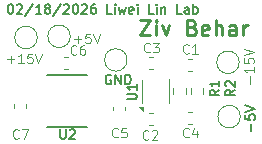
<source format=gbr>
%TF.GenerationSoftware,KiCad,Pcbnew,9.0.7*%
%TF.CreationDate,2026-02-18T17:04:35-08:00*%
%TF.ProjectId,inverter,696e7665-7274-4657-922e-6b696361645f,rev?*%
%TF.SameCoordinates,Original*%
%TF.FileFunction,Legend,Top*%
%TF.FilePolarity,Positive*%
%FSLAX46Y46*%
G04 Gerber Fmt 4.6, Leading zero omitted, Abs format (unit mm)*
G04 Created by KiCad (PCBNEW 9.0.7) date 2026-02-18 17:04:35*
%MOMM*%
%LPD*%
G01*
G04 APERTURE LIST*
%ADD10C,0.280000*%
%ADD11C,0.187500*%
%ADD12C,0.125000*%
%ADD13C,0.150000*%
%ADD14C,0.120000*%
%ADD15C,0.152400*%
G04 APERTURE END LIST*
D10*
X151269924Y-90726344D02*
X152136590Y-90726344D01*
X152136590Y-90726344D02*
X151269924Y-92026344D01*
X151269924Y-92026344D02*
X152136590Y-92026344D01*
X152631828Y-92026344D02*
X152631828Y-91159678D01*
X152631828Y-90726344D02*
X152569924Y-90788249D01*
X152569924Y-90788249D02*
X152631828Y-90850154D01*
X152631828Y-90850154D02*
X152693733Y-90788249D01*
X152693733Y-90788249D02*
X152631828Y-90726344D01*
X152631828Y-90726344D02*
X152631828Y-90850154D01*
X153127067Y-91159678D02*
X153436591Y-92026344D01*
X153436591Y-92026344D02*
X153746114Y-91159678D01*
X155665162Y-91345392D02*
X155850876Y-91407297D01*
X155850876Y-91407297D02*
X155912781Y-91469201D01*
X155912781Y-91469201D02*
X155974685Y-91593011D01*
X155974685Y-91593011D02*
X155974685Y-91778725D01*
X155974685Y-91778725D02*
X155912781Y-91902535D01*
X155912781Y-91902535D02*
X155850876Y-91964440D01*
X155850876Y-91964440D02*
X155727066Y-92026344D01*
X155727066Y-92026344D02*
X155231828Y-92026344D01*
X155231828Y-92026344D02*
X155231828Y-90726344D01*
X155231828Y-90726344D02*
X155665162Y-90726344D01*
X155665162Y-90726344D02*
X155788971Y-90788249D01*
X155788971Y-90788249D02*
X155850876Y-90850154D01*
X155850876Y-90850154D02*
X155912781Y-90973963D01*
X155912781Y-90973963D02*
X155912781Y-91097773D01*
X155912781Y-91097773D02*
X155850876Y-91221582D01*
X155850876Y-91221582D02*
X155788971Y-91283487D01*
X155788971Y-91283487D02*
X155665162Y-91345392D01*
X155665162Y-91345392D02*
X155231828Y-91345392D01*
X157027066Y-91964440D02*
X156903257Y-92026344D01*
X156903257Y-92026344D02*
X156655638Y-92026344D01*
X156655638Y-92026344D02*
X156531828Y-91964440D01*
X156531828Y-91964440D02*
X156469924Y-91840630D01*
X156469924Y-91840630D02*
X156469924Y-91345392D01*
X156469924Y-91345392D02*
X156531828Y-91221582D01*
X156531828Y-91221582D02*
X156655638Y-91159678D01*
X156655638Y-91159678D02*
X156903257Y-91159678D01*
X156903257Y-91159678D02*
X157027066Y-91221582D01*
X157027066Y-91221582D02*
X157088971Y-91345392D01*
X157088971Y-91345392D02*
X157088971Y-91469201D01*
X157088971Y-91469201D02*
X156469924Y-91593011D01*
X157646114Y-92026344D02*
X157646114Y-90726344D01*
X158203257Y-92026344D02*
X158203257Y-91345392D01*
X158203257Y-91345392D02*
X158141352Y-91221582D01*
X158141352Y-91221582D02*
X158017543Y-91159678D01*
X158017543Y-91159678D02*
X157831829Y-91159678D01*
X157831829Y-91159678D02*
X157708019Y-91221582D01*
X157708019Y-91221582D02*
X157646114Y-91283487D01*
X159379447Y-92026344D02*
X159379447Y-91345392D01*
X159379447Y-91345392D02*
X159317542Y-91221582D01*
X159317542Y-91221582D02*
X159193733Y-91159678D01*
X159193733Y-91159678D02*
X158946114Y-91159678D01*
X158946114Y-91159678D02*
X158822304Y-91221582D01*
X159379447Y-91964440D02*
X159255638Y-92026344D01*
X159255638Y-92026344D02*
X158946114Y-92026344D01*
X158946114Y-92026344D02*
X158822304Y-91964440D01*
X158822304Y-91964440D02*
X158760400Y-91840630D01*
X158760400Y-91840630D02*
X158760400Y-91716820D01*
X158760400Y-91716820D02*
X158822304Y-91593011D01*
X158822304Y-91593011D02*
X158946114Y-91531106D01*
X158946114Y-91531106D02*
X159255638Y-91531106D01*
X159255638Y-91531106D02*
X159379447Y-91469201D01*
X159998494Y-92026344D02*
X159998494Y-91159678D01*
X159998494Y-91407297D02*
X160060399Y-91283487D01*
X160060399Y-91283487D02*
X160122304Y-91221582D01*
X160122304Y-91221582D02*
X160246113Y-91159678D01*
X160246113Y-91159678D02*
X160369923Y-91159678D01*
D11*
X140266212Y-89392345D02*
X140342402Y-89392345D01*
X140342402Y-89392345D02*
X140418593Y-89430440D01*
X140418593Y-89430440D02*
X140456688Y-89468535D01*
X140456688Y-89468535D02*
X140494783Y-89544726D01*
X140494783Y-89544726D02*
X140532878Y-89697107D01*
X140532878Y-89697107D02*
X140532878Y-89887583D01*
X140532878Y-89887583D02*
X140494783Y-90039964D01*
X140494783Y-90039964D02*
X140456688Y-90116154D01*
X140456688Y-90116154D02*
X140418593Y-90154250D01*
X140418593Y-90154250D02*
X140342402Y-90192345D01*
X140342402Y-90192345D02*
X140266212Y-90192345D01*
X140266212Y-90192345D02*
X140190021Y-90154250D01*
X140190021Y-90154250D02*
X140151926Y-90116154D01*
X140151926Y-90116154D02*
X140113831Y-90039964D01*
X140113831Y-90039964D02*
X140075735Y-89887583D01*
X140075735Y-89887583D02*
X140075735Y-89697107D01*
X140075735Y-89697107D02*
X140113831Y-89544726D01*
X140113831Y-89544726D02*
X140151926Y-89468535D01*
X140151926Y-89468535D02*
X140190021Y-89430440D01*
X140190021Y-89430440D02*
X140266212Y-89392345D01*
X140837640Y-89468535D02*
X140875736Y-89430440D01*
X140875736Y-89430440D02*
X140951926Y-89392345D01*
X140951926Y-89392345D02*
X141142402Y-89392345D01*
X141142402Y-89392345D02*
X141218593Y-89430440D01*
X141218593Y-89430440D02*
X141256688Y-89468535D01*
X141256688Y-89468535D02*
X141294783Y-89544726D01*
X141294783Y-89544726D02*
X141294783Y-89620916D01*
X141294783Y-89620916D02*
X141256688Y-89735202D01*
X141256688Y-89735202D02*
X140799545Y-90192345D01*
X140799545Y-90192345D02*
X141294783Y-90192345D01*
X142209069Y-89354250D02*
X141523355Y-90382821D01*
X142894783Y-90192345D02*
X142437640Y-90192345D01*
X142666212Y-90192345D02*
X142666212Y-89392345D01*
X142666212Y-89392345D02*
X142590021Y-89506630D01*
X142590021Y-89506630D02*
X142513831Y-89582821D01*
X142513831Y-89582821D02*
X142437640Y-89620916D01*
X143351926Y-89735202D02*
X143275736Y-89697107D01*
X143275736Y-89697107D02*
X143237641Y-89659011D01*
X143237641Y-89659011D02*
X143199545Y-89582821D01*
X143199545Y-89582821D02*
X143199545Y-89544726D01*
X143199545Y-89544726D02*
X143237641Y-89468535D01*
X143237641Y-89468535D02*
X143275736Y-89430440D01*
X143275736Y-89430440D02*
X143351926Y-89392345D01*
X143351926Y-89392345D02*
X143504307Y-89392345D01*
X143504307Y-89392345D02*
X143580498Y-89430440D01*
X143580498Y-89430440D02*
X143618593Y-89468535D01*
X143618593Y-89468535D02*
X143656688Y-89544726D01*
X143656688Y-89544726D02*
X143656688Y-89582821D01*
X143656688Y-89582821D02*
X143618593Y-89659011D01*
X143618593Y-89659011D02*
X143580498Y-89697107D01*
X143580498Y-89697107D02*
X143504307Y-89735202D01*
X143504307Y-89735202D02*
X143351926Y-89735202D01*
X143351926Y-89735202D02*
X143275736Y-89773297D01*
X143275736Y-89773297D02*
X143237641Y-89811392D01*
X143237641Y-89811392D02*
X143199545Y-89887583D01*
X143199545Y-89887583D02*
X143199545Y-90039964D01*
X143199545Y-90039964D02*
X143237641Y-90116154D01*
X143237641Y-90116154D02*
X143275736Y-90154250D01*
X143275736Y-90154250D02*
X143351926Y-90192345D01*
X143351926Y-90192345D02*
X143504307Y-90192345D01*
X143504307Y-90192345D02*
X143580498Y-90154250D01*
X143580498Y-90154250D02*
X143618593Y-90116154D01*
X143618593Y-90116154D02*
X143656688Y-90039964D01*
X143656688Y-90039964D02*
X143656688Y-89887583D01*
X143656688Y-89887583D02*
X143618593Y-89811392D01*
X143618593Y-89811392D02*
X143580498Y-89773297D01*
X143580498Y-89773297D02*
X143504307Y-89735202D01*
X144570974Y-89354250D02*
X143885260Y-90382821D01*
X144799545Y-89468535D02*
X144837641Y-89430440D01*
X144837641Y-89430440D02*
X144913831Y-89392345D01*
X144913831Y-89392345D02*
X145104307Y-89392345D01*
X145104307Y-89392345D02*
X145180498Y-89430440D01*
X145180498Y-89430440D02*
X145218593Y-89468535D01*
X145218593Y-89468535D02*
X145256688Y-89544726D01*
X145256688Y-89544726D02*
X145256688Y-89620916D01*
X145256688Y-89620916D02*
X145218593Y-89735202D01*
X145218593Y-89735202D02*
X144761450Y-90192345D01*
X144761450Y-90192345D02*
X145256688Y-90192345D01*
X145751927Y-89392345D02*
X145828117Y-89392345D01*
X145828117Y-89392345D02*
X145904308Y-89430440D01*
X145904308Y-89430440D02*
X145942403Y-89468535D01*
X145942403Y-89468535D02*
X145980498Y-89544726D01*
X145980498Y-89544726D02*
X146018593Y-89697107D01*
X146018593Y-89697107D02*
X146018593Y-89887583D01*
X146018593Y-89887583D02*
X145980498Y-90039964D01*
X145980498Y-90039964D02*
X145942403Y-90116154D01*
X145942403Y-90116154D02*
X145904308Y-90154250D01*
X145904308Y-90154250D02*
X145828117Y-90192345D01*
X145828117Y-90192345D02*
X145751927Y-90192345D01*
X145751927Y-90192345D02*
X145675736Y-90154250D01*
X145675736Y-90154250D02*
X145637641Y-90116154D01*
X145637641Y-90116154D02*
X145599546Y-90039964D01*
X145599546Y-90039964D02*
X145561450Y-89887583D01*
X145561450Y-89887583D02*
X145561450Y-89697107D01*
X145561450Y-89697107D02*
X145599546Y-89544726D01*
X145599546Y-89544726D02*
X145637641Y-89468535D01*
X145637641Y-89468535D02*
X145675736Y-89430440D01*
X145675736Y-89430440D02*
X145751927Y-89392345D01*
X146323355Y-89468535D02*
X146361451Y-89430440D01*
X146361451Y-89430440D02*
X146437641Y-89392345D01*
X146437641Y-89392345D02*
X146628117Y-89392345D01*
X146628117Y-89392345D02*
X146704308Y-89430440D01*
X146704308Y-89430440D02*
X146742403Y-89468535D01*
X146742403Y-89468535D02*
X146780498Y-89544726D01*
X146780498Y-89544726D02*
X146780498Y-89620916D01*
X146780498Y-89620916D02*
X146742403Y-89735202D01*
X146742403Y-89735202D02*
X146285260Y-90192345D01*
X146285260Y-90192345D02*
X146780498Y-90192345D01*
X147466213Y-89392345D02*
X147313832Y-89392345D01*
X147313832Y-89392345D02*
X147237641Y-89430440D01*
X147237641Y-89430440D02*
X147199546Y-89468535D01*
X147199546Y-89468535D02*
X147123356Y-89582821D01*
X147123356Y-89582821D02*
X147085260Y-89735202D01*
X147085260Y-89735202D02*
X147085260Y-90039964D01*
X147085260Y-90039964D02*
X147123356Y-90116154D01*
X147123356Y-90116154D02*
X147161451Y-90154250D01*
X147161451Y-90154250D02*
X147237641Y-90192345D01*
X147237641Y-90192345D02*
X147390022Y-90192345D01*
X147390022Y-90192345D02*
X147466213Y-90154250D01*
X147466213Y-90154250D02*
X147504308Y-90116154D01*
X147504308Y-90116154D02*
X147542403Y-90039964D01*
X147542403Y-90039964D02*
X147542403Y-89849488D01*
X147542403Y-89849488D02*
X147504308Y-89773297D01*
X147504308Y-89773297D02*
X147466213Y-89735202D01*
X147466213Y-89735202D02*
X147390022Y-89697107D01*
X147390022Y-89697107D02*
X147237641Y-89697107D01*
X147237641Y-89697107D02*
X147161451Y-89735202D01*
X147161451Y-89735202D02*
X147123356Y-89773297D01*
X147123356Y-89773297D02*
X147085260Y-89849488D01*
X148875737Y-90192345D02*
X148494785Y-90192345D01*
X148494785Y-90192345D02*
X148494785Y-89392345D01*
X149142404Y-90192345D02*
X149142404Y-89659011D01*
X149142404Y-89392345D02*
X149104308Y-89430440D01*
X149104308Y-89430440D02*
X149142404Y-89468535D01*
X149142404Y-89468535D02*
X149180499Y-89430440D01*
X149180499Y-89430440D02*
X149142404Y-89392345D01*
X149142404Y-89392345D02*
X149142404Y-89468535D01*
X149447165Y-89659011D02*
X149599546Y-90192345D01*
X149599546Y-90192345D02*
X149751927Y-89811392D01*
X149751927Y-89811392D02*
X149904308Y-90192345D01*
X149904308Y-90192345D02*
X150056689Y-89659011D01*
X150666213Y-90154250D02*
X150590022Y-90192345D01*
X150590022Y-90192345D02*
X150437641Y-90192345D01*
X150437641Y-90192345D02*
X150361451Y-90154250D01*
X150361451Y-90154250D02*
X150323355Y-90078059D01*
X150323355Y-90078059D02*
X150323355Y-89773297D01*
X150323355Y-89773297D02*
X150361451Y-89697107D01*
X150361451Y-89697107D02*
X150437641Y-89659011D01*
X150437641Y-89659011D02*
X150590022Y-89659011D01*
X150590022Y-89659011D02*
X150666213Y-89697107D01*
X150666213Y-89697107D02*
X150704308Y-89773297D01*
X150704308Y-89773297D02*
X150704308Y-89849488D01*
X150704308Y-89849488D02*
X150323355Y-89925678D01*
X151047165Y-90192345D02*
X151047165Y-89659011D01*
X151047165Y-89392345D02*
X151009069Y-89430440D01*
X151009069Y-89430440D02*
X151047165Y-89468535D01*
X151047165Y-89468535D02*
X151085260Y-89430440D01*
X151085260Y-89430440D02*
X151047165Y-89392345D01*
X151047165Y-89392345D02*
X151047165Y-89468535D01*
X152418593Y-90192345D02*
X152037641Y-90192345D01*
X152037641Y-90192345D02*
X152037641Y-89392345D01*
X152685260Y-90192345D02*
X152685260Y-89659011D01*
X152685260Y-89392345D02*
X152647164Y-89430440D01*
X152647164Y-89430440D02*
X152685260Y-89468535D01*
X152685260Y-89468535D02*
X152723355Y-89430440D01*
X152723355Y-89430440D02*
X152685260Y-89392345D01*
X152685260Y-89392345D02*
X152685260Y-89468535D01*
X153066212Y-89659011D02*
X153066212Y-90192345D01*
X153066212Y-89735202D02*
X153104307Y-89697107D01*
X153104307Y-89697107D02*
X153180497Y-89659011D01*
X153180497Y-89659011D02*
X153294783Y-89659011D01*
X153294783Y-89659011D02*
X153370974Y-89697107D01*
X153370974Y-89697107D02*
X153409069Y-89773297D01*
X153409069Y-89773297D02*
X153409069Y-90192345D01*
X154780498Y-90192345D02*
X154399546Y-90192345D01*
X154399546Y-90192345D02*
X154399546Y-89392345D01*
X155390022Y-90192345D02*
X155390022Y-89773297D01*
X155390022Y-89773297D02*
X155351927Y-89697107D01*
X155351927Y-89697107D02*
X155275736Y-89659011D01*
X155275736Y-89659011D02*
X155123355Y-89659011D01*
X155123355Y-89659011D02*
X155047165Y-89697107D01*
X155390022Y-90154250D02*
X155313831Y-90192345D01*
X155313831Y-90192345D02*
X155123355Y-90192345D01*
X155123355Y-90192345D02*
X155047165Y-90154250D01*
X155047165Y-90154250D02*
X155009069Y-90078059D01*
X155009069Y-90078059D02*
X155009069Y-90001869D01*
X155009069Y-90001869D02*
X155047165Y-89925678D01*
X155047165Y-89925678D02*
X155123355Y-89887583D01*
X155123355Y-89887583D02*
X155313831Y-89887583D01*
X155313831Y-89887583D02*
X155390022Y-89849488D01*
X155770975Y-90192345D02*
X155770975Y-89392345D01*
X155770975Y-89697107D02*
X155847165Y-89659011D01*
X155847165Y-89659011D02*
X155999546Y-89659011D01*
X155999546Y-89659011D02*
X156075737Y-89697107D01*
X156075737Y-89697107D02*
X156113832Y-89735202D01*
X156113832Y-89735202D02*
X156151927Y-89811392D01*
X156151927Y-89811392D02*
X156151927Y-90039964D01*
X156151927Y-90039964D02*
X156113832Y-90116154D01*
X156113832Y-90116154D02*
X156075737Y-90154250D01*
X156075737Y-90154250D02*
X155999546Y-90192345D01*
X155999546Y-90192345D02*
X155847165Y-90192345D01*
X155847165Y-90192345D02*
X155770975Y-90154250D01*
D12*
X149366667Y-100587404D02*
X149328571Y-100625500D01*
X149328571Y-100625500D02*
X149214286Y-100663595D01*
X149214286Y-100663595D02*
X149138095Y-100663595D01*
X149138095Y-100663595D02*
X149023809Y-100625500D01*
X149023809Y-100625500D02*
X148947619Y-100549309D01*
X148947619Y-100549309D02*
X148909524Y-100473119D01*
X148909524Y-100473119D02*
X148871428Y-100320738D01*
X148871428Y-100320738D02*
X148871428Y-100206452D01*
X148871428Y-100206452D02*
X148909524Y-100054071D01*
X148909524Y-100054071D02*
X148947619Y-99977880D01*
X148947619Y-99977880D02*
X149023809Y-99901690D01*
X149023809Y-99901690D02*
X149138095Y-99863595D01*
X149138095Y-99863595D02*
X149214286Y-99863595D01*
X149214286Y-99863595D02*
X149328571Y-99901690D01*
X149328571Y-99901690D02*
X149366667Y-99939785D01*
X150090476Y-99863595D02*
X149709524Y-99863595D01*
X149709524Y-99863595D02*
X149671428Y-100244547D01*
X149671428Y-100244547D02*
X149709524Y-100206452D01*
X149709524Y-100206452D02*
X149785714Y-100168357D01*
X149785714Y-100168357D02*
X149976190Y-100168357D01*
X149976190Y-100168357D02*
X150052381Y-100206452D01*
X150052381Y-100206452D02*
X150090476Y-100244547D01*
X150090476Y-100244547D02*
X150128571Y-100320738D01*
X150128571Y-100320738D02*
X150128571Y-100511214D01*
X150128571Y-100511214D02*
X150090476Y-100587404D01*
X150090476Y-100587404D02*
X150052381Y-100625500D01*
X150052381Y-100625500D02*
X149976190Y-100663595D01*
X149976190Y-100663595D02*
X149785714Y-100663595D01*
X149785714Y-100663595D02*
X149709524Y-100625500D01*
X149709524Y-100625500D02*
X149671428Y-100587404D01*
X145866667Y-93587404D02*
X145828571Y-93625500D01*
X145828571Y-93625500D02*
X145714286Y-93663595D01*
X145714286Y-93663595D02*
X145638095Y-93663595D01*
X145638095Y-93663595D02*
X145523809Y-93625500D01*
X145523809Y-93625500D02*
X145447619Y-93549309D01*
X145447619Y-93549309D02*
X145409524Y-93473119D01*
X145409524Y-93473119D02*
X145371428Y-93320738D01*
X145371428Y-93320738D02*
X145371428Y-93206452D01*
X145371428Y-93206452D02*
X145409524Y-93054071D01*
X145409524Y-93054071D02*
X145447619Y-92977880D01*
X145447619Y-92977880D02*
X145523809Y-92901690D01*
X145523809Y-92901690D02*
X145638095Y-92863595D01*
X145638095Y-92863595D02*
X145714286Y-92863595D01*
X145714286Y-92863595D02*
X145828571Y-92901690D01*
X145828571Y-92901690D02*
X145866667Y-92939785D01*
X146552381Y-92863595D02*
X146400000Y-92863595D01*
X146400000Y-92863595D02*
X146323809Y-92901690D01*
X146323809Y-92901690D02*
X146285714Y-92939785D01*
X146285714Y-92939785D02*
X146209524Y-93054071D01*
X146209524Y-93054071D02*
X146171428Y-93206452D01*
X146171428Y-93206452D02*
X146171428Y-93511214D01*
X146171428Y-93511214D02*
X146209524Y-93587404D01*
X146209524Y-93587404D02*
X146247619Y-93625500D01*
X146247619Y-93625500D02*
X146323809Y-93663595D01*
X146323809Y-93663595D02*
X146476190Y-93663595D01*
X146476190Y-93663595D02*
X146552381Y-93625500D01*
X146552381Y-93625500D02*
X146590476Y-93587404D01*
X146590476Y-93587404D02*
X146628571Y-93511214D01*
X146628571Y-93511214D02*
X146628571Y-93320738D01*
X146628571Y-93320738D02*
X146590476Y-93244547D01*
X146590476Y-93244547D02*
X146552381Y-93206452D01*
X146552381Y-93206452D02*
X146476190Y-93168357D01*
X146476190Y-93168357D02*
X146323809Y-93168357D01*
X146323809Y-93168357D02*
X146247619Y-93206452D01*
X146247619Y-93206452D02*
X146209524Y-93244547D01*
X146209524Y-93244547D02*
X146171428Y-93320738D01*
X140966667Y-100687404D02*
X140928571Y-100725500D01*
X140928571Y-100725500D02*
X140814286Y-100763595D01*
X140814286Y-100763595D02*
X140738095Y-100763595D01*
X140738095Y-100763595D02*
X140623809Y-100725500D01*
X140623809Y-100725500D02*
X140547619Y-100649309D01*
X140547619Y-100649309D02*
X140509524Y-100573119D01*
X140509524Y-100573119D02*
X140471428Y-100420738D01*
X140471428Y-100420738D02*
X140471428Y-100306452D01*
X140471428Y-100306452D02*
X140509524Y-100154071D01*
X140509524Y-100154071D02*
X140547619Y-100077880D01*
X140547619Y-100077880D02*
X140623809Y-100001690D01*
X140623809Y-100001690D02*
X140738095Y-99963595D01*
X140738095Y-99963595D02*
X140814286Y-99963595D01*
X140814286Y-99963595D02*
X140928571Y-100001690D01*
X140928571Y-100001690D02*
X140966667Y-100039785D01*
X141233333Y-99963595D02*
X141766667Y-99963595D01*
X141766667Y-99963595D02*
X141423809Y-100763595D01*
D13*
X144490476Y-99962295D02*
X144490476Y-100609914D01*
X144490476Y-100609914D02*
X144528571Y-100686104D01*
X144528571Y-100686104D02*
X144566666Y-100724200D01*
X144566666Y-100724200D02*
X144642857Y-100762295D01*
X144642857Y-100762295D02*
X144795238Y-100762295D01*
X144795238Y-100762295D02*
X144871428Y-100724200D01*
X144871428Y-100724200D02*
X144909523Y-100686104D01*
X144909523Y-100686104D02*
X144947619Y-100609914D01*
X144947619Y-100609914D02*
X144947619Y-99962295D01*
X145290475Y-100038485D02*
X145328571Y-100000390D01*
X145328571Y-100000390D02*
X145404761Y-99962295D01*
X145404761Y-99962295D02*
X145595237Y-99962295D01*
X145595237Y-99962295D02*
X145671428Y-100000390D01*
X145671428Y-100000390D02*
X145709523Y-100038485D01*
X145709523Y-100038485D02*
X145747618Y-100114676D01*
X145747618Y-100114676D02*
X145747618Y-100190866D01*
X145747618Y-100190866D02*
X145709523Y-100305152D01*
X145709523Y-100305152D02*
X145252380Y-100762295D01*
X145252380Y-100762295D02*
X145747618Y-100762295D01*
D12*
X152066667Y-93387404D02*
X152028571Y-93425500D01*
X152028571Y-93425500D02*
X151914286Y-93463595D01*
X151914286Y-93463595D02*
X151838095Y-93463595D01*
X151838095Y-93463595D02*
X151723809Y-93425500D01*
X151723809Y-93425500D02*
X151647619Y-93349309D01*
X151647619Y-93349309D02*
X151609524Y-93273119D01*
X151609524Y-93273119D02*
X151571428Y-93120738D01*
X151571428Y-93120738D02*
X151571428Y-93006452D01*
X151571428Y-93006452D02*
X151609524Y-92854071D01*
X151609524Y-92854071D02*
X151647619Y-92777880D01*
X151647619Y-92777880D02*
X151723809Y-92701690D01*
X151723809Y-92701690D02*
X151838095Y-92663595D01*
X151838095Y-92663595D02*
X151914286Y-92663595D01*
X151914286Y-92663595D02*
X152028571Y-92701690D01*
X152028571Y-92701690D02*
X152066667Y-92739785D01*
X152333333Y-92663595D02*
X152828571Y-92663595D01*
X152828571Y-92663595D02*
X152561905Y-92968357D01*
X152561905Y-92968357D02*
X152676190Y-92968357D01*
X152676190Y-92968357D02*
X152752381Y-93006452D01*
X152752381Y-93006452D02*
X152790476Y-93044547D01*
X152790476Y-93044547D02*
X152828571Y-93120738D01*
X152828571Y-93120738D02*
X152828571Y-93311214D01*
X152828571Y-93311214D02*
X152790476Y-93387404D01*
X152790476Y-93387404D02*
X152752381Y-93425500D01*
X152752381Y-93425500D02*
X152676190Y-93463595D01*
X152676190Y-93463595D02*
X152447619Y-93463595D01*
X152447619Y-93463595D02*
X152371428Y-93425500D01*
X152371428Y-93425500D02*
X152333333Y-93387404D01*
D13*
X157962295Y-96633332D02*
X157581342Y-96899999D01*
X157962295Y-97090475D02*
X157162295Y-97090475D01*
X157162295Y-97090475D02*
X157162295Y-96785713D01*
X157162295Y-96785713D02*
X157200390Y-96709523D01*
X157200390Y-96709523D02*
X157238485Y-96671428D01*
X157238485Y-96671428D02*
X157314676Y-96633332D01*
X157314676Y-96633332D02*
X157428961Y-96633332D01*
X157428961Y-96633332D02*
X157505152Y-96671428D01*
X157505152Y-96671428D02*
X157543247Y-96709523D01*
X157543247Y-96709523D02*
X157581342Y-96785713D01*
X157581342Y-96785713D02*
X157581342Y-97090475D01*
X157962295Y-95871428D02*
X157962295Y-96328571D01*
X157962295Y-96099999D02*
X157162295Y-96099999D01*
X157162295Y-96099999D02*
X157276580Y-96176190D01*
X157276580Y-96176190D02*
X157352771Y-96252380D01*
X157352771Y-96252380D02*
X157390866Y-96328571D01*
D12*
X160558833Y-96109523D02*
X160558833Y-95500000D01*
X160863595Y-94700000D02*
X160863595Y-95157143D01*
X160863595Y-94928571D02*
X160063595Y-94928571D01*
X160063595Y-94928571D02*
X160177880Y-95004762D01*
X160177880Y-95004762D02*
X160254071Y-95080952D01*
X160254071Y-95080952D02*
X160292166Y-95157143D01*
X160063595Y-93976190D02*
X160063595Y-94357142D01*
X160063595Y-94357142D02*
X160444547Y-94395238D01*
X160444547Y-94395238D02*
X160406452Y-94357142D01*
X160406452Y-94357142D02*
X160368357Y-94280952D01*
X160368357Y-94280952D02*
X160368357Y-94090476D01*
X160368357Y-94090476D02*
X160406452Y-94014285D01*
X160406452Y-94014285D02*
X160444547Y-93976190D01*
X160444547Y-93976190D02*
X160520738Y-93938095D01*
X160520738Y-93938095D02*
X160711214Y-93938095D01*
X160711214Y-93938095D02*
X160787404Y-93976190D01*
X160787404Y-93976190D02*
X160825500Y-94014285D01*
X160825500Y-94014285D02*
X160863595Y-94090476D01*
X160863595Y-94090476D02*
X160863595Y-94280952D01*
X160863595Y-94280952D02*
X160825500Y-94357142D01*
X160825500Y-94357142D02*
X160787404Y-94395238D01*
X160063595Y-93709523D02*
X160863595Y-93442856D01*
X160863595Y-93442856D02*
X160063595Y-93176190D01*
D13*
X148790476Y-95400390D02*
X148714286Y-95362295D01*
X148714286Y-95362295D02*
X148600000Y-95362295D01*
X148600000Y-95362295D02*
X148485714Y-95400390D01*
X148485714Y-95400390D02*
X148409524Y-95476580D01*
X148409524Y-95476580D02*
X148371429Y-95552771D01*
X148371429Y-95552771D02*
X148333333Y-95705152D01*
X148333333Y-95705152D02*
X148333333Y-95819438D01*
X148333333Y-95819438D02*
X148371429Y-95971819D01*
X148371429Y-95971819D02*
X148409524Y-96048009D01*
X148409524Y-96048009D02*
X148485714Y-96124200D01*
X148485714Y-96124200D02*
X148600000Y-96162295D01*
X148600000Y-96162295D02*
X148676191Y-96162295D01*
X148676191Y-96162295D02*
X148790476Y-96124200D01*
X148790476Y-96124200D02*
X148828572Y-96086104D01*
X148828572Y-96086104D02*
X148828572Y-95819438D01*
X148828572Y-95819438D02*
X148676191Y-95819438D01*
X149171429Y-96162295D02*
X149171429Y-95362295D01*
X149171429Y-95362295D02*
X149628572Y-96162295D01*
X149628572Y-96162295D02*
X149628572Y-95362295D01*
X150009524Y-96162295D02*
X150009524Y-95362295D01*
X150009524Y-95362295D02*
X150200000Y-95362295D01*
X150200000Y-95362295D02*
X150314286Y-95400390D01*
X150314286Y-95400390D02*
X150390476Y-95476580D01*
X150390476Y-95476580D02*
X150428571Y-95552771D01*
X150428571Y-95552771D02*
X150466667Y-95705152D01*
X150466667Y-95705152D02*
X150466667Y-95819438D01*
X150466667Y-95819438D02*
X150428571Y-95971819D01*
X150428571Y-95971819D02*
X150390476Y-96048009D01*
X150390476Y-96048009D02*
X150314286Y-96124200D01*
X150314286Y-96124200D02*
X150200000Y-96162295D01*
X150200000Y-96162295D02*
X150009524Y-96162295D01*
D12*
X145671429Y-92358833D02*
X146280953Y-92358833D01*
X145976191Y-92663595D02*
X145976191Y-92054071D01*
X147042857Y-91863595D02*
X146661905Y-91863595D01*
X146661905Y-91863595D02*
X146623809Y-92244547D01*
X146623809Y-92244547D02*
X146661905Y-92206452D01*
X146661905Y-92206452D02*
X146738095Y-92168357D01*
X146738095Y-92168357D02*
X146928571Y-92168357D01*
X146928571Y-92168357D02*
X147004762Y-92206452D01*
X147004762Y-92206452D02*
X147042857Y-92244547D01*
X147042857Y-92244547D02*
X147080952Y-92320738D01*
X147080952Y-92320738D02*
X147080952Y-92511214D01*
X147080952Y-92511214D02*
X147042857Y-92587404D01*
X147042857Y-92587404D02*
X147004762Y-92625500D01*
X147004762Y-92625500D02*
X146928571Y-92663595D01*
X146928571Y-92663595D02*
X146738095Y-92663595D01*
X146738095Y-92663595D02*
X146661905Y-92625500D01*
X146661905Y-92625500D02*
X146623809Y-92587404D01*
X147309524Y-91863595D02*
X147576191Y-92663595D01*
X147576191Y-92663595D02*
X147842857Y-91863595D01*
X139990476Y-94058833D02*
X140600000Y-94058833D01*
X140295238Y-94363595D02*
X140295238Y-93754071D01*
X141399999Y-94363595D02*
X140942856Y-94363595D01*
X141171428Y-94363595D02*
X141171428Y-93563595D01*
X141171428Y-93563595D02*
X141095237Y-93677880D01*
X141095237Y-93677880D02*
X141019047Y-93754071D01*
X141019047Y-93754071D02*
X140942856Y-93792166D01*
X142123809Y-93563595D02*
X141742857Y-93563595D01*
X141742857Y-93563595D02*
X141704761Y-93944547D01*
X141704761Y-93944547D02*
X141742857Y-93906452D01*
X141742857Y-93906452D02*
X141819047Y-93868357D01*
X141819047Y-93868357D02*
X142009523Y-93868357D01*
X142009523Y-93868357D02*
X142085714Y-93906452D01*
X142085714Y-93906452D02*
X142123809Y-93944547D01*
X142123809Y-93944547D02*
X142161904Y-94020738D01*
X142161904Y-94020738D02*
X142161904Y-94211214D01*
X142161904Y-94211214D02*
X142123809Y-94287404D01*
X142123809Y-94287404D02*
X142085714Y-94325500D01*
X142085714Y-94325500D02*
X142009523Y-94363595D01*
X142009523Y-94363595D02*
X141819047Y-94363595D01*
X141819047Y-94363595D02*
X141742857Y-94325500D01*
X141742857Y-94325500D02*
X141704761Y-94287404D01*
X142390476Y-93563595D02*
X142657143Y-94363595D01*
X142657143Y-94363595D02*
X142923809Y-93563595D01*
D13*
X150162295Y-97409523D02*
X150809914Y-97409523D01*
X150809914Y-97409523D02*
X150886104Y-97371428D01*
X150886104Y-97371428D02*
X150924200Y-97333333D01*
X150924200Y-97333333D02*
X150962295Y-97257142D01*
X150962295Y-97257142D02*
X150962295Y-97104761D01*
X150962295Y-97104761D02*
X150924200Y-97028571D01*
X150924200Y-97028571D02*
X150886104Y-96990476D01*
X150886104Y-96990476D02*
X150809914Y-96952380D01*
X150809914Y-96952380D02*
X150162295Y-96952380D01*
X150962295Y-96152381D02*
X150962295Y-96609524D01*
X150962295Y-96380952D02*
X150162295Y-96380952D01*
X150162295Y-96380952D02*
X150276580Y-96457143D01*
X150276580Y-96457143D02*
X150352771Y-96533333D01*
X150352771Y-96533333D02*
X150390866Y-96609524D01*
D12*
X151966667Y-100787404D02*
X151928571Y-100825500D01*
X151928571Y-100825500D02*
X151814286Y-100863595D01*
X151814286Y-100863595D02*
X151738095Y-100863595D01*
X151738095Y-100863595D02*
X151623809Y-100825500D01*
X151623809Y-100825500D02*
X151547619Y-100749309D01*
X151547619Y-100749309D02*
X151509524Y-100673119D01*
X151509524Y-100673119D02*
X151471428Y-100520738D01*
X151471428Y-100520738D02*
X151471428Y-100406452D01*
X151471428Y-100406452D02*
X151509524Y-100254071D01*
X151509524Y-100254071D02*
X151547619Y-100177880D01*
X151547619Y-100177880D02*
X151623809Y-100101690D01*
X151623809Y-100101690D02*
X151738095Y-100063595D01*
X151738095Y-100063595D02*
X151814286Y-100063595D01*
X151814286Y-100063595D02*
X151928571Y-100101690D01*
X151928571Y-100101690D02*
X151966667Y-100139785D01*
X152271428Y-100139785D02*
X152309524Y-100101690D01*
X152309524Y-100101690D02*
X152385714Y-100063595D01*
X152385714Y-100063595D02*
X152576190Y-100063595D01*
X152576190Y-100063595D02*
X152652381Y-100101690D01*
X152652381Y-100101690D02*
X152690476Y-100139785D01*
X152690476Y-100139785D02*
X152728571Y-100215976D01*
X152728571Y-100215976D02*
X152728571Y-100292166D01*
X152728571Y-100292166D02*
X152690476Y-100406452D01*
X152690476Y-100406452D02*
X152233333Y-100863595D01*
X152233333Y-100863595D02*
X152728571Y-100863595D01*
D13*
X159262295Y-96633332D02*
X158881342Y-96899999D01*
X159262295Y-97090475D02*
X158462295Y-97090475D01*
X158462295Y-97090475D02*
X158462295Y-96785713D01*
X158462295Y-96785713D02*
X158500390Y-96709523D01*
X158500390Y-96709523D02*
X158538485Y-96671428D01*
X158538485Y-96671428D02*
X158614676Y-96633332D01*
X158614676Y-96633332D02*
X158728961Y-96633332D01*
X158728961Y-96633332D02*
X158805152Y-96671428D01*
X158805152Y-96671428D02*
X158843247Y-96709523D01*
X158843247Y-96709523D02*
X158881342Y-96785713D01*
X158881342Y-96785713D02*
X158881342Y-97090475D01*
X158538485Y-96328571D02*
X158500390Y-96290475D01*
X158500390Y-96290475D02*
X158462295Y-96214285D01*
X158462295Y-96214285D02*
X158462295Y-96023809D01*
X158462295Y-96023809D02*
X158500390Y-95947618D01*
X158500390Y-95947618D02*
X158538485Y-95909523D01*
X158538485Y-95909523D02*
X158614676Y-95871428D01*
X158614676Y-95871428D02*
X158690866Y-95871428D01*
X158690866Y-95871428D02*
X158805152Y-95909523D01*
X158805152Y-95909523D02*
X159262295Y-96366666D01*
X159262295Y-96366666D02*
X159262295Y-95871428D01*
D12*
X155366667Y-100587404D02*
X155328571Y-100625500D01*
X155328571Y-100625500D02*
X155214286Y-100663595D01*
X155214286Y-100663595D02*
X155138095Y-100663595D01*
X155138095Y-100663595D02*
X155023809Y-100625500D01*
X155023809Y-100625500D02*
X154947619Y-100549309D01*
X154947619Y-100549309D02*
X154909524Y-100473119D01*
X154909524Y-100473119D02*
X154871428Y-100320738D01*
X154871428Y-100320738D02*
X154871428Y-100206452D01*
X154871428Y-100206452D02*
X154909524Y-100054071D01*
X154909524Y-100054071D02*
X154947619Y-99977880D01*
X154947619Y-99977880D02*
X155023809Y-99901690D01*
X155023809Y-99901690D02*
X155138095Y-99863595D01*
X155138095Y-99863595D02*
X155214286Y-99863595D01*
X155214286Y-99863595D02*
X155328571Y-99901690D01*
X155328571Y-99901690D02*
X155366667Y-99939785D01*
X156052381Y-100130261D02*
X156052381Y-100663595D01*
X155861905Y-99825500D02*
X155671428Y-100396928D01*
X155671428Y-100396928D02*
X156166667Y-100396928D01*
D13*
X160657533Y-100128570D02*
X160657533Y-99519047D01*
X160162295Y-98757142D02*
X160162295Y-99138094D01*
X160162295Y-99138094D02*
X160543247Y-99176190D01*
X160543247Y-99176190D02*
X160505152Y-99138094D01*
X160505152Y-99138094D02*
X160467057Y-99061904D01*
X160467057Y-99061904D02*
X160467057Y-98871428D01*
X160467057Y-98871428D02*
X160505152Y-98795237D01*
X160505152Y-98795237D02*
X160543247Y-98757142D01*
X160543247Y-98757142D02*
X160619438Y-98719047D01*
X160619438Y-98719047D02*
X160809914Y-98719047D01*
X160809914Y-98719047D02*
X160886104Y-98757142D01*
X160886104Y-98757142D02*
X160924200Y-98795237D01*
X160924200Y-98795237D02*
X160962295Y-98871428D01*
X160962295Y-98871428D02*
X160962295Y-99061904D01*
X160962295Y-99061904D02*
X160924200Y-99138094D01*
X160924200Y-99138094D02*
X160886104Y-99176190D01*
X160162295Y-98490475D02*
X160962295Y-98223808D01*
X160962295Y-98223808D02*
X160162295Y-97957142D01*
D12*
X155366667Y-93487404D02*
X155328571Y-93525500D01*
X155328571Y-93525500D02*
X155214286Y-93563595D01*
X155214286Y-93563595D02*
X155138095Y-93563595D01*
X155138095Y-93563595D02*
X155023809Y-93525500D01*
X155023809Y-93525500D02*
X154947619Y-93449309D01*
X154947619Y-93449309D02*
X154909524Y-93373119D01*
X154909524Y-93373119D02*
X154871428Y-93220738D01*
X154871428Y-93220738D02*
X154871428Y-93106452D01*
X154871428Y-93106452D02*
X154909524Y-92954071D01*
X154909524Y-92954071D02*
X154947619Y-92877880D01*
X154947619Y-92877880D02*
X155023809Y-92801690D01*
X155023809Y-92801690D02*
X155138095Y-92763595D01*
X155138095Y-92763595D02*
X155214286Y-92763595D01*
X155214286Y-92763595D02*
X155328571Y-92801690D01*
X155328571Y-92801690D02*
X155366667Y-92839785D01*
X156128571Y-93563595D02*
X155671428Y-93563595D01*
X155900000Y-93563595D02*
X155900000Y-92763595D01*
X155900000Y-92763595D02*
X155823809Y-92877880D01*
X155823809Y-92877880D02*
X155747619Y-92954071D01*
X155747619Y-92954071D02*
X155671428Y-92992166D01*
D14*
%TO.C,C5*%
X148990000Y-98346267D02*
X148990000Y-98053733D01*
X150010000Y-98346267D02*
X150010000Y-98053733D01*
%TO.C,C6*%
X144829733Y-93866000D02*
X145122267Y-93866000D01*
X144829733Y-94886000D02*
X145122267Y-94886000D01*
%TO.C,C7*%
X140590000Y-98146267D02*
X140590000Y-97853733D01*
X141610000Y-98146267D02*
X141610000Y-97853733D01*
D15*
%TO.C,U2*%
X143399600Y-99760400D02*
X146752400Y-99760400D01*
X146752400Y-95391600D02*
X143399600Y-95391600D01*
D14*
%TO.C,C3*%
X152053733Y-93890000D02*
X152346267Y-93890000D01*
X152053733Y-94910000D02*
X152346267Y-94910000D01*
%TO.C,R1*%
X154077500Y-96512742D02*
X154077500Y-96987258D01*
X155122500Y-96512742D02*
X155122500Y-96987258D01*
%TO.C,-15V*%
X159650000Y-94300000D02*
G75*
G02*
X157750000Y-94300000I-950000J0D01*
G01*
X157750000Y-94300000D02*
G75*
G02*
X159650000Y-94300000I950000J0D01*
G01*
%TO.C,GND*%
X150150000Y-94100000D02*
G75*
G02*
X148250000Y-94100000I-950000J0D01*
G01*
X148250000Y-94100000D02*
G75*
G02*
X150150000Y-94100000I950000J0D01*
G01*
%TO.C,+5V*%
X145350000Y-92100000D02*
G75*
G02*
X143450000Y-92100000I-950000J0D01*
G01*
X143450000Y-92100000D02*
G75*
G02*
X145350000Y-92100000I950000J0D01*
G01*
%TO.C,+15V*%
X142550000Y-92200000D02*
G75*
G02*
X140650000Y-92200000I-950000J0D01*
G01*
X140650000Y-92200000D02*
G75*
G02*
X142550000Y-92200000I950000J0D01*
G01*
%TO.C,U1*%
X151410000Y-97760000D02*
X151410000Y-95760000D01*
X153690000Y-97750000D02*
X153690000Y-95750000D01*
X151480000Y-98400000D02*
X151200000Y-98120000D01*
X151480000Y-98120000D01*
X151480000Y-98400000D01*
G36*
X151480000Y-98400000D02*
G01*
X151200000Y-98120000D01*
X151480000Y-98120000D01*
X151480000Y-98400000D01*
G37*
%TO.C,C2*%
X152346267Y-98590000D02*
X152053733Y-98590000D01*
X152346267Y-99610000D02*
X152053733Y-99610000D01*
%TO.C,R2*%
X155577500Y-96512742D02*
X155577500Y-96987258D01*
X156622500Y-96512742D02*
X156622500Y-96987258D01*
%TO.C,C4*%
X155353733Y-98490000D02*
X155646267Y-98490000D01*
X155353733Y-99510000D02*
X155646267Y-99510000D01*
%TO.C,-5V*%
X159750000Y-98900000D02*
G75*
G02*
X157850000Y-98900000I-950000J0D01*
G01*
X157850000Y-98900000D02*
G75*
G02*
X159750000Y-98900000I950000J0D01*
G01*
%TO.C,C1*%
X155353733Y-93990000D02*
X155646267Y-93990000D01*
X155353733Y-95010000D02*
X155646267Y-95010000D01*
%TD*%
M02*

</source>
